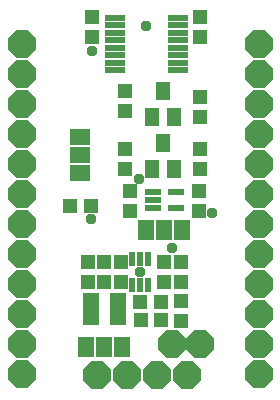
<source format=gts>
G04 EAGLE Gerber X2 export*
%TF.Part,Single*%
%TF.FileFunction,Soldermask,Top,1*%
%TF.FilePolarity,Negative*%
%TF.GenerationSoftware,Autodesk,EAGLE,9.0.0*%
%TF.CreationDate,2018-06-07T14:32:50Z*%
G75*
%MOMM*%
%FSLAX34Y34*%
%LPD*%
%AMOC8*
5,1,8,0,0,1.08239X$1,22.5*%
G01*
%ADD10P,2.556822X8X112.500000*%
%ADD11P,2.556822X8X292.500000*%
%ADD12R,1.303200X1.203200*%
%ADD13P,2.556822X8X22.500000*%
%ADD14R,1.393200X0.603200*%
%ADD15R,1.203200X1.303200*%
%ADD16R,1.203200X1.603200*%
%ADD17R,1.371600X1.803400*%
%ADD18R,1.803400X0.558800*%
%ADD19R,0.503200X1.203200*%
%ADD20R,1.253200X1.283200*%
%ADD21R,1.283200X1.253200*%
%ADD22R,1.403200X2.743200*%
%ADD23R,1.803400X1.371600*%
%ADD24C,0.959600*%


D10*
X25400Y279400D03*
X25400Y203200D03*
X25400Y127000D03*
X25400Y50800D03*
D11*
X226060Y50800D03*
X226060Y127000D03*
X226060Y203200D03*
X226060Y279400D03*
D10*
X25400Y304800D03*
X25400Y228600D03*
X25400Y152400D03*
X25400Y76200D03*
D11*
X226060Y76200D03*
X226060Y152400D03*
X226060Y228600D03*
X226060Y304800D03*
D10*
X25400Y254000D03*
X25400Y177800D03*
X25400Y101600D03*
X25400Y25400D03*
D11*
X226060Y25400D03*
X226060Y101600D03*
X226060Y177800D03*
X226060Y254000D03*
D12*
X176530Y242960D03*
X176530Y259960D03*
X176530Y198510D03*
X176530Y215510D03*
D13*
X165100Y24130D03*
X139700Y24130D03*
D14*
X136450Y179220D03*
X136450Y172720D03*
X136450Y166220D03*
X155650Y166220D03*
X155650Y179220D03*
D15*
X116840Y162950D03*
X116840Y179950D03*
D12*
X113030Y248040D03*
X113030Y265040D03*
X113030Y215510D03*
X113030Y198510D03*
D16*
X144780Y265000D03*
X154280Y243000D03*
X135280Y243000D03*
X144780Y220550D03*
X154280Y198550D03*
X135280Y198550D03*
D15*
X175260Y179950D03*
X175260Y162950D03*
D17*
X161290Y147320D03*
X146050Y147320D03*
X130810Y147320D03*
D18*
X104267Y327025D03*
X104267Y320675D03*
X104267Y314325D03*
X104267Y307975D03*
X104267Y301625D03*
X104267Y295275D03*
X104267Y288925D03*
X104267Y282575D03*
X157353Y282575D03*
X157353Y288925D03*
X157353Y295275D03*
X157353Y301625D03*
X157353Y307975D03*
X157353Y314325D03*
X157353Y320675D03*
X157353Y327025D03*
D13*
X114300Y24130D03*
X88900Y24130D03*
D15*
X176530Y327270D03*
X176530Y310270D03*
X85090Y327270D03*
X85090Y310270D03*
D19*
X119130Y122660D03*
X125730Y122660D03*
X132330Y122660D03*
X119130Y100860D03*
X125730Y100860D03*
X132330Y100860D03*
D10*
X152400Y50800D03*
X176530Y50800D03*
D20*
X125870Y86360D03*
X143370Y86360D03*
D12*
X160020Y103260D03*
X160020Y120260D03*
X146050Y103260D03*
X146050Y120260D03*
D21*
X81280Y103010D03*
X81280Y120510D03*
D22*
X83820Y80010D03*
X106680Y80010D03*
D21*
X95250Y120510D03*
X95250Y103010D03*
X109220Y103010D03*
X109220Y120510D03*
D17*
X110490Y48260D03*
X95250Y48260D03*
X80010Y48260D03*
D12*
X160020Y87240D03*
X160020Y70240D03*
D15*
X143120Y71120D03*
X126120Y71120D03*
D23*
X74930Y226060D03*
X74930Y210820D03*
X74930Y195580D03*
D20*
X83680Y167640D03*
X66180Y167640D03*
D24*
X130810Y320040D03*
X125730Y111760D03*
X124460Y190500D03*
X85090Y298450D03*
X186690Y161290D03*
X83820Y156210D03*
X152400Y132080D03*
M02*

</source>
